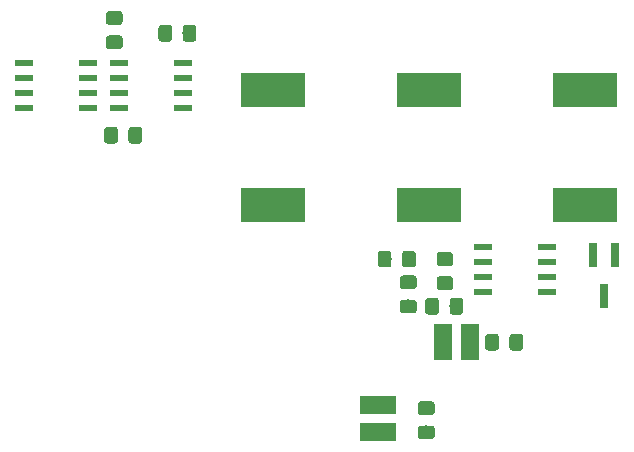
<source format=gbr>
G04 #@! TF.GenerationSoftware,KiCad,Pcbnew,5.0.1*
G04 #@! TF.CreationDate,2019-02-15T18:14:38-06:00*
G04 #@! TF.ProjectId,PowerRDP,506F7765725244502E6B696361645F70,2*
G04 #@! TF.SameCoordinates,Original*
G04 #@! TF.FileFunction,Paste,Bot*
G04 #@! TF.FilePolarity,Positive*
%FSLAX46Y46*%
G04 Gerber Fmt 4.6, Leading zero omitted, Abs format (unit mm)*
G04 Created by KiCad (PCBNEW 5.0.1) date Fri 15 Feb 2019 06:14:38 PM CST*
%MOMM*%
%LPD*%
G01*
G04 APERTURE LIST*
%ADD10C,0.100000*%
%ADD11C,1.150000*%
%ADD12R,1.520000X3.050000*%
%ADD13R,3.050000X1.520000*%
%ADD14R,0.650000X2.000000*%
%ADD15R,1.550000X0.600000*%
%ADD16R,5.400000X2.900000*%
G04 APERTURE END LIST*
D10*
G04 #@! TO.C,C1*
G36*
X127839505Y-81597204D02*
X127863773Y-81600804D01*
X127887572Y-81606765D01*
X127910671Y-81615030D01*
X127932850Y-81625520D01*
X127953893Y-81638132D01*
X127973599Y-81652747D01*
X127991777Y-81669223D01*
X128008253Y-81687401D01*
X128022868Y-81707107D01*
X128035480Y-81728150D01*
X128045970Y-81750329D01*
X128054235Y-81773428D01*
X128060196Y-81797227D01*
X128063796Y-81821495D01*
X128065000Y-81845999D01*
X128065000Y-82746001D01*
X128063796Y-82770505D01*
X128060196Y-82794773D01*
X128054235Y-82818572D01*
X128045970Y-82841671D01*
X128035480Y-82863850D01*
X128022868Y-82884893D01*
X128008253Y-82904599D01*
X127991777Y-82922777D01*
X127973599Y-82939253D01*
X127953893Y-82953868D01*
X127932850Y-82966480D01*
X127910671Y-82976970D01*
X127887572Y-82985235D01*
X127863773Y-82991196D01*
X127839505Y-82994796D01*
X127815001Y-82996000D01*
X127164999Y-82996000D01*
X127140495Y-82994796D01*
X127116227Y-82991196D01*
X127092428Y-82985235D01*
X127069329Y-82976970D01*
X127047150Y-82966480D01*
X127026107Y-82953868D01*
X127006401Y-82939253D01*
X126988223Y-82922777D01*
X126971747Y-82904599D01*
X126957132Y-82884893D01*
X126944520Y-82863850D01*
X126934030Y-82841671D01*
X126925765Y-82818572D01*
X126919804Y-82794773D01*
X126916204Y-82770505D01*
X126915000Y-82746001D01*
X126915000Y-81845999D01*
X126916204Y-81821495D01*
X126919804Y-81797227D01*
X126925765Y-81773428D01*
X126934030Y-81750329D01*
X126944520Y-81728150D01*
X126957132Y-81707107D01*
X126971747Y-81687401D01*
X126988223Y-81669223D01*
X127006401Y-81652747D01*
X127026107Y-81638132D01*
X127047150Y-81625520D01*
X127069329Y-81615030D01*
X127092428Y-81606765D01*
X127116227Y-81600804D01*
X127140495Y-81597204D01*
X127164999Y-81596000D01*
X127815001Y-81596000D01*
X127839505Y-81597204D01*
X127839505Y-81597204D01*
G37*
D11*
X127490000Y-82296000D03*
D10*
G36*
X129889505Y-81597204D02*
X129913773Y-81600804D01*
X129937572Y-81606765D01*
X129960671Y-81615030D01*
X129982850Y-81625520D01*
X130003893Y-81638132D01*
X130023599Y-81652747D01*
X130041777Y-81669223D01*
X130058253Y-81687401D01*
X130072868Y-81707107D01*
X130085480Y-81728150D01*
X130095970Y-81750329D01*
X130104235Y-81773428D01*
X130110196Y-81797227D01*
X130113796Y-81821495D01*
X130115000Y-81845999D01*
X130115000Y-82746001D01*
X130113796Y-82770505D01*
X130110196Y-82794773D01*
X130104235Y-82818572D01*
X130095970Y-82841671D01*
X130085480Y-82863850D01*
X130072868Y-82884893D01*
X130058253Y-82904599D01*
X130041777Y-82922777D01*
X130023599Y-82939253D01*
X130003893Y-82953868D01*
X129982850Y-82966480D01*
X129960671Y-82976970D01*
X129937572Y-82985235D01*
X129913773Y-82991196D01*
X129889505Y-82994796D01*
X129865001Y-82996000D01*
X129214999Y-82996000D01*
X129190495Y-82994796D01*
X129166227Y-82991196D01*
X129142428Y-82985235D01*
X129119329Y-82976970D01*
X129097150Y-82966480D01*
X129076107Y-82953868D01*
X129056401Y-82939253D01*
X129038223Y-82922777D01*
X129021747Y-82904599D01*
X129007132Y-82884893D01*
X128994520Y-82863850D01*
X128984030Y-82841671D01*
X128975765Y-82818572D01*
X128969804Y-82794773D01*
X128966204Y-82770505D01*
X128965000Y-82746001D01*
X128965000Y-81845999D01*
X128966204Y-81821495D01*
X128969804Y-81797227D01*
X128975765Y-81773428D01*
X128984030Y-81750329D01*
X128994520Y-81728150D01*
X129007132Y-81707107D01*
X129021747Y-81687401D01*
X129038223Y-81669223D01*
X129056401Y-81652747D01*
X129076107Y-81638132D01*
X129097150Y-81625520D01*
X129119329Y-81615030D01*
X129142428Y-81606765D01*
X129166227Y-81600804D01*
X129190495Y-81597204D01*
X129214999Y-81596000D01*
X129865001Y-81596000D01*
X129889505Y-81597204D01*
X129889505Y-81597204D01*
G37*
D11*
X129540000Y-82296000D03*
G04 #@! TD*
D10*
G04 #@! TO.C,C2*
G36*
X122394505Y-89351204D02*
X122418773Y-89354804D01*
X122442572Y-89360765D01*
X122465671Y-89369030D01*
X122487850Y-89379520D01*
X122508893Y-89392132D01*
X122528599Y-89406747D01*
X122546777Y-89423223D01*
X122563253Y-89441401D01*
X122577868Y-89461107D01*
X122590480Y-89482150D01*
X122600970Y-89504329D01*
X122609235Y-89527428D01*
X122615196Y-89551227D01*
X122618796Y-89575495D01*
X122620000Y-89599999D01*
X122620000Y-90250001D01*
X122618796Y-90274505D01*
X122615196Y-90298773D01*
X122609235Y-90322572D01*
X122600970Y-90345671D01*
X122590480Y-90367850D01*
X122577868Y-90388893D01*
X122563253Y-90408599D01*
X122546777Y-90426777D01*
X122528599Y-90443253D01*
X122508893Y-90457868D01*
X122487850Y-90470480D01*
X122465671Y-90480970D01*
X122442572Y-90489235D01*
X122418773Y-90495196D01*
X122394505Y-90498796D01*
X122370001Y-90500000D01*
X121469999Y-90500000D01*
X121445495Y-90498796D01*
X121421227Y-90495196D01*
X121397428Y-90489235D01*
X121374329Y-90480970D01*
X121352150Y-90470480D01*
X121331107Y-90457868D01*
X121311401Y-90443253D01*
X121293223Y-90426777D01*
X121276747Y-90408599D01*
X121262132Y-90388893D01*
X121249520Y-90367850D01*
X121239030Y-90345671D01*
X121230765Y-90322572D01*
X121224804Y-90298773D01*
X121221204Y-90274505D01*
X121220000Y-90250001D01*
X121220000Y-89599999D01*
X121221204Y-89575495D01*
X121224804Y-89551227D01*
X121230765Y-89527428D01*
X121239030Y-89504329D01*
X121249520Y-89482150D01*
X121262132Y-89461107D01*
X121276747Y-89441401D01*
X121293223Y-89423223D01*
X121311401Y-89406747D01*
X121331107Y-89392132D01*
X121352150Y-89379520D01*
X121374329Y-89369030D01*
X121397428Y-89360765D01*
X121421227Y-89354804D01*
X121445495Y-89351204D01*
X121469999Y-89350000D01*
X122370001Y-89350000D01*
X122394505Y-89351204D01*
X122394505Y-89351204D01*
G37*
D11*
X121920000Y-89925000D03*
D10*
G36*
X122394505Y-87301204D02*
X122418773Y-87304804D01*
X122442572Y-87310765D01*
X122465671Y-87319030D01*
X122487850Y-87329520D01*
X122508893Y-87342132D01*
X122528599Y-87356747D01*
X122546777Y-87373223D01*
X122563253Y-87391401D01*
X122577868Y-87411107D01*
X122590480Y-87432150D01*
X122600970Y-87454329D01*
X122609235Y-87477428D01*
X122615196Y-87501227D01*
X122618796Y-87525495D01*
X122620000Y-87549999D01*
X122620000Y-88200001D01*
X122618796Y-88224505D01*
X122615196Y-88248773D01*
X122609235Y-88272572D01*
X122600970Y-88295671D01*
X122590480Y-88317850D01*
X122577868Y-88338893D01*
X122563253Y-88358599D01*
X122546777Y-88376777D01*
X122528599Y-88393253D01*
X122508893Y-88407868D01*
X122487850Y-88420480D01*
X122465671Y-88430970D01*
X122442572Y-88439235D01*
X122418773Y-88445196D01*
X122394505Y-88448796D01*
X122370001Y-88450000D01*
X121469999Y-88450000D01*
X121445495Y-88448796D01*
X121421227Y-88445196D01*
X121397428Y-88439235D01*
X121374329Y-88430970D01*
X121352150Y-88420480D01*
X121331107Y-88407868D01*
X121311401Y-88393253D01*
X121293223Y-88376777D01*
X121276747Y-88358599D01*
X121262132Y-88338893D01*
X121249520Y-88317850D01*
X121239030Y-88295671D01*
X121230765Y-88272572D01*
X121224804Y-88248773D01*
X121221204Y-88224505D01*
X121220000Y-88200001D01*
X121220000Y-87549999D01*
X121221204Y-87525495D01*
X121224804Y-87501227D01*
X121230765Y-87477428D01*
X121239030Y-87454329D01*
X121249520Y-87432150D01*
X121262132Y-87411107D01*
X121276747Y-87391401D01*
X121293223Y-87373223D01*
X121311401Y-87356747D01*
X121331107Y-87342132D01*
X121352150Y-87329520D01*
X121374329Y-87319030D01*
X121397428Y-87310765D01*
X121421227Y-87304804D01*
X121445495Y-87301204D01*
X121469999Y-87300000D01*
X122370001Y-87300000D01*
X122394505Y-87301204D01*
X122394505Y-87301204D01*
G37*
D11*
X121920000Y-87875000D03*
G04 #@! TD*
D10*
G04 #@! TO.C,C9*
G36*
X122768505Y-78549204D02*
X122792773Y-78552804D01*
X122816572Y-78558765D01*
X122839671Y-78567030D01*
X122861850Y-78577520D01*
X122882893Y-78590132D01*
X122902599Y-78604747D01*
X122920777Y-78621223D01*
X122937253Y-78639401D01*
X122951868Y-78659107D01*
X122964480Y-78680150D01*
X122974970Y-78702329D01*
X122983235Y-78725428D01*
X122989196Y-78749227D01*
X122992796Y-78773495D01*
X122994000Y-78797999D01*
X122994000Y-79698001D01*
X122992796Y-79722505D01*
X122989196Y-79746773D01*
X122983235Y-79770572D01*
X122974970Y-79793671D01*
X122964480Y-79815850D01*
X122951868Y-79836893D01*
X122937253Y-79856599D01*
X122920777Y-79874777D01*
X122902599Y-79891253D01*
X122882893Y-79905868D01*
X122861850Y-79918480D01*
X122839671Y-79928970D01*
X122816572Y-79937235D01*
X122792773Y-79943196D01*
X122768505Y-79946796D01*
X122744001Y-79948000D01*
X122093999Y-79948000D01*
X122069495Y-79946796D01*
X122045227Y-79943196D01*
X122021428Y-79937235D01*
X121998329Y-79928970D01*
X121976150Y-79918480D01*
X121955107Y-79905868D01*
X121935401Y-79891253D01*
X121917223Y-79874777D01*
X121900747Y-79856599D01*
X121886132Y-79836893D01*
X121873520Y-79815850D01*
X121863030Y-79793671D01*
X121854765Y-79770572D01*
X121848804Y-79746773D01*
X121845204Y-79722505D01*
X121844000Y-79698001D01*
X121844000Y-78797999D01*
X121845204Y-78773495D01*
X121848804Y-78749227D01*
X121854765Y-78725428D01*
X121863030Y-78702329D01*
X121873520Y-78680150D01*
X121886132Y-78659107D01*
X121900747Y-78639401D01*
X121917223Y-78621223D01*
X121935401Y-78604747D01*
X121955107Y-78590132D01*
X121976150Y-78577520D01*
X121998329Y-78567030D01*
X122021428Y-78558765D01*
X122045227Y-78552804D01*
X122069495Y-78549204D01*
X122093999Y-78548000D01*
X122744001Y-78548000D01*
X122768505Y-78549204D01*
X122768505Y-78549204D01*
G37*
D11*
X122419000Y-79248000D03*
D10*
G36*
X124818505Y-78549204D02*
X124842773Y-78552804D01*
X124866572Y-78558765D01*
X124889671Y-78567030D01*
X124911850Y-78577520D01*
X124932893Y-78590132D01*
X124952599Y-78604747D01*
X124970777Y-78621223D01*
X124987253Y-78639401D01*
X125001868Y-78659107D01*
X125014480Y-78680150D01*
X125024970Y-78702329D01*
X125033235Y-78725428D01*
X125039196Y-78749227D01*
X125042796Y-78773495D01*
X125044000Y-78797999D01*
X125044000Y-79698001D01*
X125042796Y-79722505D01*
X125039196Y-79746773D01*
X125033235Y-79770572D01*
X125024970Y-79793671D01*
X125014480Y-79815850D01*
X125001868Y-79836893D01*
X124987253Y-79856599D01*
X124970777Y-79874777D01*
X124952599Y-79891253D01*
X124932893Y-79905868D01*
X124911850Y-79918480D01*
X124889671Y-79928970D01*
X124866572Y-79937235D01*
X124842773Y-79943196D01*
X124818505Y-79946796D01*
X124794001Y-79948000D01*
X124143999Y-79948000D01*
X124119495Y-79946796D01*
X124095227Y-79943196D01*
X124071428Y-79937235D01*
X124048329Y-79928970D01*
X124026150Y-79918480D01*
X124005107Y-79905868D01*
X123985401Y-79891253D01*
X123967223Y-79874777D01*
X123950747Y-79856599D01*
X123936132Y-79836893D01*
X123923520Y-79815850D01*
X123913030Y-79793671D01*
X123904765Y-79770572D01*
X123898804Y-79746773D01*
X123895204Y-79722505D01*
X123894000Y-79698001D01*
X123894000Y-78797999D01*
X123895204Y-78773495D01*
X123898804Y-78749227D01*
X123904765Y-78725428D01*
X123913030Y-78702329D01*
X123923520Y-78680150D01*
X123936132Y-78659107D01*
X123950747Y-78639401D01*
X123967223Y-78621223D01*
X123985401Y-78604747D01*
X124005107Y-78590132D01*
X124026150Y-78577520D01*
X124048329Y-78567030D01*
X124071428Y-78558765D01*
X124095227Y-78552804D01*
X124119495Y-78549204D01*
X124143999Y-78548000D01*
X124794001Y-78548000D01*
X124818505Y-78549204D01*
X124818505Y-78549204D01*
G37*
D11*
X124469000Y-79248000D03*
G04 #@! TD*
D10*
G04 #@! TO.C,C10*
G36*
X120870505Y-78692204D02*
X120894773Y-78695804D01*
X120918572Y-78701765D01*
X120941671Y-78710030D01*
X120963850Y-78720520D01*
X120984893Y-78733132D01*
X121004599Y-78747747D01*
X121022777Y-78764223D01*
X121039253Y-78782401D01*
X121053868Y-78802107D01*
X121066480Y-78823150D01*
X121076970Y-78845329D01*
X121085235Y-78868428D01*
X121091196Y-78892227D01*
X121094796Y-78916495D01*
X121096000Y-78940999D01*
X121096000Y-79591001D01*
X121094796Y-79615505D01*
X121091196Y-79639773D01*
X121085235Y-79663572D01*
X121076970Y-79686671D01*
X121066480Y-79708850D01*
X121053868Y-79729893D01*
X121039253Y-79749599D01*
X121022777Y-79767777D01*
X121004599Y-79784253D01*
X120984893Y-79798868D01*
X120963850Y-79811480D01*
X120941671Y-79821970D01*
X120918572Y-79830235D01*
X120894773Y-79836196D01*
X120870505Y-79839796D01*
X120846001Y-79841000D01*
X119945999Y-79841000D01*
X119921495Y-79839796D01*
X119897227Y-79836196D01*
X119873428Y-79830235D01*
X119850329Y-79821970D01*
X119828150Y-79811480D01*
X119807107Y-79798868D01*
X119787401Y-79784253D01*
X119769223Y-79767777D01*
X119752747Y-79749599D01*
X119738132Y-79729893D01*
X119725520Y-79708850D01*
X119715030Y-79686671D01*
X119706765Y-79663572D01*
X119700804Y-79639773D01*
X119697204Y-79615505D01*
X119696000Y-79591001D01*
X119696000Y-78940999D01*
X119697204Y-78916495D01*
X119700804Y-78892227D01*
X119706765Y-78868428D01*
X119715030Y-78845329D01*
X119725520Y-78823150D01*
X119738132Y-78802107D01*
X119752747Y-78782401D01*
X119769223Y-78764223D01*
X119787401Y-78747747D01*
X119807107Y-78733132D01*
X119828150Y-78720520D01*
X119850329Y-78710030D01*
X119873428Y-78701765D01*
X119897227Y-78695804D01*
X119921495Y-78692204D01*
X119945999Y-78691000D01*
X120846001Y-78691000D01*
X120870505Y-78692204D01*
X120870505Y-78692204D01*
G37*
D11*
X120396000Y-79266000D03*
D10*
G36*
X120870505Y-76642204D02*
X120894773Y-76645804D01*
X120918572Y-76651765D01*
X120941671Y-76660030D01*
X120963850Y-76670520D01*
X120984893Y-76683132D01*
X121004599Y-76697747D01*
X121022777Y-76714223D01*
X121039253Y-76732401D01*
X121053868Y-76752107D01*
X121066480Y-76773150D01*
X121076970Y-76795329D01*
X121085235Y-76818428D01*
X121091196Y-76842227D01*
X121094796Y-76866495D01*
X121096000Y-76890999D01*
X121096000Y-77541001D01*
X121094796Y-77565505D01*
X121091196Y-77589773D01*
X121085235Y-77613572D01*
X121076970Y-77636671D01*
X121066480Y-77658850D01*
X121053868Y-77679893D01*
X121039253Y-77699599D01*
X121022777Y-77717777D01*
X121004599Y-77734253D01*
X120984893Y-77748868D01*
X120963850Y-77761480D01*
X120941671Y-77771970D01*
X120918572Y-77780235D01*
X120894773Y-77786196D01*
X120870505Y-77789796D01*
X120846001Y-77791000D01*
X119945999Y-77791000D01*
X119921495Y-77789796D01*
X119897227Y-77786196D01*
X119873428Y-77780235D01*
X119850329Y-77771970D01*
X119828150Y-77761480D01*
X119807107Y-77748868D01*
X119787401Y-77734253D01*
X119769223Y-77717777D01*
X119752747Y-77699599D01*
X119738132Y-77679893D01*
X119725520Y-77658850D01*
X119715030Y-77636671D01*
X119706765Y-77613572D01*
X119700804Y-77589773D01*
X119697204Y-77565505D01*
X119696000Y-77541001D01*
X119696000Y-76890999D01*
X119697204Y-76866495D01*
X119700804Y-76842227D01*
X119706765Y-76818428D01*
X119715030Y-76795329D01*
X119725520Y-76773150D01*
X119738132Y-76752107D01*
X119752747Y-76732401D01*
X119769223Y-76714223D01*
X119787401Y-76697747D01*
X119807107Y-76683132D01*
X119828150Y-76670520D01*
X119850329Y-76660030D01*
X119873428Y-76651765D01*
X119897227Y-76645804D01*
X119921495Y-76642204D01*
X119945999Y-76641000D01*
X120846001Y-76641000D01*
X120870505Y-76642204D01*
X120870505Y-76642204D01*
G37*
D11*
X120396000Y-77216000D03*
G04 #@! TD*
D12*
G04 #@! TO.C,L1*
X125605000Y-82296000D03*
X123315000Y-82296000D03*
G04 #@! TD*
D13*
G04 #@! TO.C,L2*
X117856000Y-87626000D03*
X117856000Y-89916000D03*
G04 #@! TD*
D14*
G04 #@! TO.C,Q1*
X136022000Y-74930000D03*
X137922000Y-74930000D03*
X136972000Y-78350000D03*
G04 #@! TD*
D10*
G04 #@! TO.C,R1*
G36*
X123971953Y-74674523D02*
X123996221Y-74678123D01*
X124020020Y-74684084D01*
X124043119Y-74692349D01*
X124065298Y-74702839D01*
X124086341Y-74715451D01*
X124106047Y-74730066D01*
X124124225Y-74746542D01*
X124140701Y-74764720D01*
X124155316Y-74784426D01*
X124167928Y-74805469D01*
X124178418Y-74827648D01*
X124186683Y-74850747D01*
X124192644Y-74874546D01*
X124196244Y-74898814D01*
X124197448Y-74923318D01*
X124197448Y-75573320D01*
X124196244Y-75597824D01*
X124192644Y-75622092D01*
X124186683Y-75645891D01*
X124178418Y-75668990D01*
X124167928Y-75691169D01*
X124155316Y-75712212D01*
X124140701Y-75731918D01*
X124124225Y-75750096D01*
X124106047Y-75766572D01*
X124086341Y-75781187D01*
X124065298Y-75793799D01*
X124043119Y-75804289D01*
X124020020Y-75812554D01*
X123996221Y-75818515D01*
X123971953Y-75822115D01*
X123947449Y-75823319D01*
X123047447Y-75823319D01*
X123022943Y-75822115D01*
X122998675Y-75818515D01*
X122974876Y-75812554D01*
X122951777Y-75804289D01*
X122929598Y-75793799D01*
X122908555Y-75781187D01*
X122888849Y-75766572D01*
X122870671Y-75750096D01*
X122854195Y-75731918D01*
X122839580Y-75712212D01*
X122826968Y-75691169D01*
X122816478Y-75668990D01*
X122808213Y-75645891D01*
X122802252Y-75622092D01*
X122798652Y-75597824D01*
X122797448Y-75573320D01*
X122797448Y-74923318D01*
X122798652Y-74898814D01*
X122802252Y-74874546D01*
X122808213Y-74850747D01*
X122816478Y-74827648D01*
X122826968Y-74805469D01*
X122839580Y-74784426D01*
X122854195Y-74764720D01*
X122870671Y-74746542D01*
X122888849Y-74730066D01*
X122908555Y-74715451D01*
X122929598Y-74702839D01*
X122951777Y-74692349D01*
X122974876Y-74684084D01*
X122998675Y-74678123D01*
X123022943Y-74674523D01*
X123047447Y-74673319D01*
X123947449Y-74673319D01*
X123971953Y-74674523D01*
X123971953Y-74674523D01*
G37*
D11*
X123497448Y-75248319D03*
D10*
G36*
X123971953Y-76724523D02*
X123996221Y-76728123D01*
X124020020Y-76734084D01*
X124043119Y-76742349D01*
X124065298Y-76752839D01*
X124086341Y-76765451D01*
X124106047Y-76780066D01*
X124124225Y-76796542D01*
X124140701Y-76814720D01*
X124155316Y-76834426D01*
X124167928Y-76855469D01*
X124178418Y-76877648D01*
X124186683Y-76900747D01*
X124192644Y-76924546D01*
X124196244Y-76948814D01*
X124197448Y-76973318D01*
X124197448Y-77623320D01*
X124196244Y-77647824D01*
X124192644Y-77672092D01*
X124186683Y-77695891D01*
X124178418Y-77718990D01*
X124167928Y-77741169D01*
X124155316Y-77762212D01*
X124140701Y-77781918D01*
X124124225Y-77800096D01*
X124106047Y-77816572D01*
X124086341Y-77831187D01*
X124065298Y-77843799D01*
X124043119Y-77854289D01*
X124020020Y-77862554D01*
X123996221Y-77868515D01*
X123971953Y-77872115D01*
X123947449Y-77873319D01*
X123047447Y-77873319D01*
X123022943Y-77872115D01*
X122998675Y-77868515D01*
X122974876Y-77862554D01*
X122951777Y-77854289D01*
X122929598Y-77843799D01*
X122908555Y-77831187D01*
X122888849Y-77816572D01*
X122870671Y-77800096D01*
X122854195Y-77781918D01*
X122839580Y-77762212D01*
X122826968Y-77741169D01*
X122816478Y-77718990D01*
X122808213Y-77695891D01*
X122802252Y-77672092D01*
X122798652Y-77647824D01*
X122797448Y-77623320D01*
X122797448Y-76973318D01*
X122798652Y-76948814D01*
X122802252Y-76924546D01*
X122808213Y-76900747D01*
X122816478Y-76877648D01*
X122826968Y-76855469D01*
X122839580Y-76834426D01*
X122854195Y-76814720D01*
X122870671Y-76796542D01*
X122888849Y-76780066D01*
X122908555Y-76765451D01*
X122929598Y-76752839D01*
X122951777Y-76742349D01*
X122974876Y-76734084D01*
X122998675Y-76728123D01*
X123022943Y-76724523D01*
X123047447Y-76723319D01*
X123947449Y-76723319D01*
X123971953Y-76724523D01*
X123971953Y-76724523D01*
G37*
D11*
X123497448Y-77298319D03*
G04 #@! TD*
D10*
G04 #@! TO.C,R2*
G36*
X120798953Y-74567523D02*
X120823221Y-74571123D01*
X120847020Y-74577084D01*
X120870119Y-74585349D01*
X120892298Y-74595839D01*
X120913341Y-74608451D01*
X120933047Y-74623066D01*
X120951225Y-74639542D01*
X120967701Y-74657720D01*
X120982316Y-74677426D01*
X120994928Y-74698469D01*
X121005418Y-74720648D01*
X121013683Y-74743747D01*
X121019644Y-74767546D01*
X121023244Y-74791814D01*
X121024448Y-74816318D01*
X121024448Y-75716320D01*
X121023244Y-75740824D01*
X121019644Y-75765092D01*
X121013683Y-75788891D01*
X121005418Y-75811990D01*
X120994928Y-75834169D01*
X120982316Y-75855212D01*
X120967701Y-75874918D01*
X120951225Y-75893096D01*
X120933047Y-75909572D01*
X120913341Y-75924187D01*
X120892298Y-75936799D01*
X120870119Y-75947289D01*
X120847020Y-75955554D01*
X120823221Y-75961515D01*
X120798953Y-75965115D01*
X120774449Y-75966319D01*
X120124447Y-75966319D01*
X120099943Y-75965115D01*
X120075675Y-75961515D01*
X120051876Y-75955554D01*
X120028777Y-75947289D01*
X120006598Y-75936799D01*
X119985555Y-75924187D01*
X119965849Y-75909572D01*
X119947671Y-75893096D01*
X119931195Y-75874918D01*
X119916580Y-75855212D01*
X119903968Y-75834169D01*
X119893478Y-75811990D01*
X119885213Y-75788891D01*
X119879252Y-75765092D01*
X119875652Y-75740824D01*
X119874448Y-75716320D01*
X119874448Y-74816318D01*
X119875652Y-74791814D01*
X119879252Y-74767546D01*
X119885213Y-74743747D01*
X119893478Y-74720648D01*
X119903968Y-74698469D01*
X119916580Y-74677426D01*
X119931195Y-74657720D01*
X119947671Y-74639542D01*
X119965849Y-74623066D01*
X119985555Y-74608451D01*
X120006598Y-74595839D01*
X120028777Y-74585349D01*
X120051876Y-74577084D01*
X120075675Y-74571123D01*
X120099943Y-74567523D01*
X120124447Y-74566319D01*
X120774449Y-74566319D01*
X120798953Y-74567523D01*
X120798953Y-74567523D01*
G37*
D11*
X120449448Y-75266319D03*
D10*
G36*
X118748953Y-74567523D02*
X118773221Y-74571123D01*
X118797020Y-74577084D01*
X118820119Y-74585349D01*
X118842298Y-74595839D01*
X118863341Y-74608451D01*
X118883047Y-74623066D01*
X118901225Y-74639542D01*
X118917701Y-74657720D01*
X118932316Y-74677426D01*
X118944928Y-74698469D01*
X118955418Y-74720648D01*
X118963683Y-74743747D01*
X118969644Y-74767546D01*
X118973244Y-74791814D01*
X118974448Y-74816318D01*
X118974448Y-75716320D01*
X118973244Y-75740824D01*
X118969644Y-75765092D01*
X118963683Y-75788891D01*
X118955418Y-75811990D01*
X118944928Y-75834169D01*
X118932316Y-75855212D01*
X118917701Y-75874918D01*
X118901225Y-75893096D01*
X118883047Y-75909572D01*
X118863341Y-75924187D01*
X118842298Y-75936799D01*
X118820119Y-75947289D01*
X118797020Y-75955554D01*
X118773221Y-75961515D01*
X118748953Y-75965115D01*
X118724449Y-75966319D01*
X118074447Y-75966319D01*
X118049943Y-75965115D01*
X118025675Y-75961515D01*
X118001876Y-75955554D01*
X117978777Y-75947289D01*
X117956598Y-75936799D01*
X117935555Y-75924187D01*
X117915849Y-75909572D01*
X117897671Y-75893096D01*
X117881195Y-75874918D01*
X117866580Y-75855212D01*
X117853968Y-75834169D01*
X117843478Y-75811990D01*
X117835213Y-75788891D01*
X117829252Y-75765092D01*
X117825652Y-75740824D01*
X117824448Y-75716320D01*
X117824448Y-74816318D01*
X117825652Y-74791814D01*
X117829252Y-74767546D01*
X117835213Y-74743747D01*
X117843478Y-74720648D01*
X117853968Y-74698469D01*
X117866580Y-74677426D01*
X117881195Y-74657720D01*
X117897671Y-74639542D01*
X117915849Y-74623066D01*
X117935555Y-74608451D01*
X117956598Y-74595839D01*
X117978777Y-74585349D01*
X118001876Y-74577084D01*
X118025675Y-74571123D01*
X118049943Y-74567523D01*
X118074447Y-74566319D01*
X118724449Y-74566319D01*
X118748953Y-74567523D01*
X118748953Y-74567523D01*
G37*
D11*
X118399448Y-75266319D03*
G04 #@! TD*
D15*
G04 #@! TO.C,U5*
X132133448Y-74250319D03*
X132133448Y-75520319D03*
X132133448Y-76790319D03*
X132133448Y-78060319D03*
X126733448Y-78060319D03*
X126733448Y-76790319D03*
X126733448Y-75520319D03*
X126733448Y-74250319D03*
G04 #@! TD*
D16*
G04 #@! TO.C,L3*
X108966000Y-60960000D03*
X108966000Y-70660000D03*
G04 #@! TD*
G04 #@! TO.C,L4*
X122174000Y-70660000D03*
X122174000Y-60960000D03*
G04 #@! TD*
G04 #@! TO.C,L5*
X135382000Y-60960000D03*
X135382000Y-70660000D03*
G04 #@! TD*
D10*
G04 #@! TO.C,R4*
G36*
X95978505Y-54272204D02*
X96002773Y-54275804D01*
X96026572Y-54281765D01*
X96049671Y-54290030D01*
X96071850Y-54300520D01*
X96092893Y-54313132D01*
X96112599Y-54327747D01*
X96130777Y-54344223D01*
X96147253Y-54362401D01*
X96161868Y-54382107D01*
X96174480Y-54403150D01*
X96184970Y-54425329D01*
X96193235Y-54448428D01*
X96199196Y-54472227D01*
X96202796Y-54496495D01*
X96204000Y-54520999D01*
X96204000Y-55171001D01*
X96202796Y-55195505D01*
X96199196Y-55219773D01*
X96193235Y-55243572D01*
X96184970Y-55266671D01*
X96174480Y-55288850D01*
X96161868Y-55309893D01*
X96147253Y-55329599D01*
X96130777Y-55347777D01*
X96112599Y-55364253D01*
X96092893Y-55378868D01*
X96071850Y-55391480D01*
X96049671Y-55401970D01*
X96026572Y-55410235D01*
X96002773Y-55416196D01*
X95978505Y-55419796D01*
X95954001Y-55421000D01*
X95053999Y-55421000D01*
X95029495Y-55419796D01*
X95005227Y-55416196D01*
X94981428Y-55410235D01*
X94958329Y-55401970D01*
X94936150Y-55391480D01*
X94915107Y-55378868D01*
X94895401Y-55364253D01*
X94877223Y-55347777D01*
X94860747Y-55329599D01*
X94846132Y-55309893D01*
X94833520Y-55288850D01*
X94823030Y-55266671D01*
X94814765Y-55243572D01*
X94808804Y-55219773D01*
X94805204Y-55195505D01*
X94804000Y-55171001D01*
X94804000Y-54520999D01*
X94805204Y-54496495D01*
X94808804Y-54472227D01*
X94814765Y-54448428D01*
X94823030Y-54425329D01*
X94833520Y-54403150D01*
X94846132Y-54382107D01*
X94860747Y-54362401D01*
X94877223Y-54344223D01*
X94895401Y-54327747D01*
X94915107Y-54313132D01*
X94936150Y-54300520D01*
X94958329Y-54290030D01*
X94981428Y-54281765D01*
X95005227Y-54275804D01*
X95029495Y-54272204D01*
X95053999Y-54271000D01*
X95954001Y-54271000D01*
X95978505Y-54272204D01*
X95978505Y-54272204D01*
G37*
D11*
X95504000Y-54846000D03*
D10*
G36*
X95978505Y-56322204D02*
X96002773Y-56325804D01*
X96026572Y-56331765D01*
X96049671Y-56340030D01*
X96071850Y-56350520D01*
X96092893Y-56363132D01*
X96112599Y-56377747D01*
X96130777Y-56394223D01*
X96147253Y-56412401D01*
X96161868Y-56432107D01*
X96174480Y-56453150D01*
X96184970Y-56475329D01*
X96193235Y-56498428D01*
X96199196Y-56522227D01*
X96202796Y-56546495D01*
X96204000Y-56570999D01*
X96204000Y-57221001D01*
X96202796Y-57245505D01*
X96199196Y-57269773D01*
X96193235Y-57293572D01*
X96184970Y-57316671D01*
X96174480Y-57338850D01*
X96161868Y-57359893D01*
X96147253Y-57379599D01*
X96130777Y-57397777D01*
X96112599Y-57414253D01*
X96092893Y-57428868D01*
X96071850Y-57441480D01*
X96049671Y-57451970D01*
X96026572Y-57460235D01*
X96002773Y-57466196D01*
X95978505Y-57469796D01*
X95954001Y-57471000D01*
X95053999Y-57471000D01*
X95029495Y-57469796D01*
X95005227Y-57466196D01*
X94981428Y-57460235D01*
X94958329Y-57451970D01*
X94936150Y-57441480D01*
X94915107Y-57428868D01*
X94895401Y-57414253D01*
X94877223Y-57397777D01*
X94860747Y-57379599D01*
X94846132Y-57359893D01*
X94833520Y-57338850D01*
X94823030Y-57316671D01*
X94814765Y-57293572D01*
X94808804Y-57269773D01*
X94805204Y-57245505D01*
X94804000Y-57221001D01*
X94804000Y-56570999D01*
X94805204Y-56546495D01*
X94808804Y-56522227D01*
X94814765Y-56498428D01*
X94823030Y-56475329D01*
X94833520Y-56453150D01*
X94846132Y-56432107D01*
X94860747Y-56412401D01*
X94877223Y-56394223D01*
X94895401Y-56377747D01*
X94915107Y-56363132D01*
X94936150Y-56350520D01*
X94958329Y-56340030D01*
X94981428Y-56331765D01*
X95005227Y-56325804D01*
X95029495Y-56322204D01*
X95053999Y-56321000D01*
X95954001Y-56321000D01*
X95978505Y-56322204D01*
X95978505Y-56322204D01*
G37*
D11*
X95504000Y-56896000D03*
G04 #@! TD*
D10*
G04 #@! TO.C,R5*
G36*
X95581505Y-64071204D02*
X95605773Y-64074804D01*
X95629572Y-64080765D01*
X95652671Y-64089030D01*
X95674850Y-64099520D01*
X95695893Y-64112132D01*
X95715599Y-64126747D01*
X95733777Y-64143223D01*
X95750253Y-64161401D01*
X95764868Y-64181107D01*
X95777480Y-64202150D01*
X95787970Y-64224329D01*
X95796235Y-64247428D01*
X95802196Y-64271227D01*
X95805796Y-64295495D01*
X95807000Y-64319999D01*
X95807000Y-65220001D01*
X95805796Y-65244505D01*
X95802196Y-65268773D01*
X95796235Y-65292572D01*
X95787970Y-65315671D01*
X95777480Y-65337850D01*
X95764868Y-65358893D01*
X95750253Y-65378599D01*
X95733777Y-65396777D01*
X95715599Y-65413253D01*
X95695893Y-65427868D01*
X95674850Y-65440480D01*
X95652671Y-65450970D01*
X95629572Y-65459235D01*
X95605773Y-65465196D01*
X95581505Y-65468796D01*
X95557001Y-65470000D01*
X94906999Y-65470000D01*
X94882495Y-65468796D01*
X94858227Y-65465196D01*
X94834428Y-65459235D01*
X94811329Y-65450970D01*
X94789150Y-65440480D01*
X94768107Y-65427868D01*
X94748401Y-65413253D01*
X94730223Y-65396777D01*
X94713747Y-65378599D01*
X94699132Y-65358893D01*
X94686520Y-65337850D01*
X94676030Y-65315671D01*
X94667765Y-65292572D01*
X94661804Y-65268773D01*
X94658204Y-65244505D01*
X94657000Y-65220001D01*
X94657000Y-64319999D01*
X94658204Y-64295495D01*
X94661804Y-64271227D01*
X94667765Y-64247428D01*
X94676030Y-64224329D01*
X94686520Y-64202150D01*
X94699132Y-64181107D01*
X94713747Y-64161401D01*
X94730223Y-64143223D01*
X94748401Y-64126747D01*
X94768107Y-64112132D01*
X94789150Y-64099520D01*
X94811329Y-64089030D01*
X94834428Y-64080765D01*
X94858227Y-64074804D01*
X94882495Y-64071204D01*
X94906999Y-64070000D01*
X95557001Y-64070000D01*
X95581505Y-64071204D01*
X95581505Y-64071204D01*
G37*
D11*
X95232000Y-64770000D03*
D10*
G36*
X97631505Y-64071204D02*
X97655773Y-64074804D01*
X97679572Y-64080765D01*
X97702671Y-64089030D01*
X97724850Y-64099520D01*
X97745893Y-64112132D01*
X97765599Y-64126747D01*
X97783777Y-64143223D01*
X97800253Y-64161401D01*
X97814868Y-64181107D01*
X97827480Y-64202150D01*
X97837970Y-64224329D01*
X97846235Y-64247428D01*
X97852196Y-64271227D01*
X97855796Y-64295495D01*
X97857000Y-64319999D01*
X97857000Y-65220001D01*
X97855796Y-65244505D01*
X97852196Y-65268773D01*
X97846235Y-65292572D01*
X97837970Y-65315671D01*
X97827480Y-65337850D01*
X97814868Y-65358893D01*
X97800253Y-65378599D01*
X97783777Y-65396777D01*
X97765599Y-65413253D01*
X97745893Y-65427868D01*
X97724850Y-65440480D01*
X97702671Y-65450970D01*
X97679572Y-65459235D01*
X97655773Y-65465196D01*
X97631505Y-65468796D01*
X97607001Y-65470000D01*
X96956999Y-65470000D01*
X96932495Y-65468796D01*
X96908227Y-65465196D01*
X96884428Y-65459235D01*
X96861329Y-65450970D01*
X96839150Y-65440480D01*
X96818107Y-65427868D01*
X96798401Y-65413253D01*
X96780223Y-65396777D01*
X96763747Y-65378599D01*
X96749132Y-65358893D01*
X96736520Y-65337850D01*
X96726030Y-65315671D01*
X96717765Y-65292572D01*
X96711804Y-65268773D01*
X96708204Y-65244505D01*
X96707000Y-65220001D01*
X96707000Y-64319999D01*
X96708204Y-64295495D01*
X96711804Y-64271227D01*
X96717765Y-64247428D01*
X96726030Y-64224329D01*
X96736520Y-64202150D01*
X96749132Y-64181107D01*
X96763747Y-64161401D01*
X96780223Y-64143223D01*
X96798401Y-64126747D01*
X96818107Y-64112132D01*
X96839150Y-64099520D01*
X96861329Y-64089030D01*
X96884428Y-64080765D01*
X96908227Y-64074804D01*
X96932495Y-64071204D01*
X96956999Y-64070000D01*
X97607001Y-64070000D01*
X97631505Y-64071204D01*
X97631505Y-64071204D01*
G37*
D11*
X97282000Y-64770000D03*
G04 #@! TD*
D10*
G04 #@! TO.C,R6*
G36*
X102221505Y-55435204D02*
X102245773Y-55438804D01*
X102269572Y-55444765D01*
X102292671Y-55453030D01*
X102314850Y-55463520D01*
X102335893Y-55476132D01*
X102355599Y-55490747D01*
X102373777Y-55507223D01*
X102390253Y-55525401D01*
X102404868Y-55545107D01*
X102417480Y-55566150D01*
X102427970Y-55588329D01*
X102436235Y-55611428D01*
X102442196Y-55635227D01*
X102445796Y-55659495D01*
X102447000Y-55683999D01*
X102447000Y-56584001D01*
X102445796Y-56608505D01*
X102442196Y-56632773D01*
X102436235Y-56656572D01*
X102427970Y-56679671D01*
X102417480Y-56701850D01*
X102404868Y-56722893D01*
X102390253Y-56742599D01*
X102373777Y-56760777D01*
X102355599Y-56777253D01*
X102335893Y-56791868D01*
X102314850Y-56804480D01*
X102292671Y-56814970D01*
X102269572Y-56823235D01*
X102245773Y-56829196D01*
X102221505Y-56832796D01*
X102197001Y-56834000D01*
X101546999Y-56834000D01*
X101522495Y-56832796D01*
X101498227Y-56829196D01*
X101474428Y-56823235D01*
X101451329Y-56814970D01*
X101429150Y-56804480D01*
X101408107Y-56791868D01*
X101388401Y-56777253D01*
X101370223Y-56760777D01*
X101353747Y-56742599D01*
X101339132Y-56722893D01*
X101326520Y-56701850D01*
X101316030Y-56679671D01*
X101307765Y-56656572D01*
X101301804Y-56632773D01*
X101298204Y-56608505D01*
X101297000Y-56584001D01*
X101297000Y-55683999D01*
X101298204Y-55659495D01*
X101301804Y-55635227D01*
X101307765Y-55611428D01*
X101316030Y-55588329D01*
X101326520Y-55566150D01*
X101339132Y-55545107D01*
X101353747Y-55525401D01*
X101370223Y-55507223D01*
X101388401Y-55490747D01*
X101408107Y-55476132D01*
X101429150Y-55463520D01*
X101451329Y-55453030D01*
X101474428Y-55444765D01*
X101498227Y-55438804D01*
X101522495Y-55435204D01*
X101546999Y-55434000D01*
X102197001Y-55434000D01*
X102221505Y-55435204D01*
X102221505Y-55435204D01*
G37*
D11*
X101872000Y-56134000D03*
D10*
G36*
X100171505Y-55435204D02*
X100195773Y-55438804D01*
X100219572Y-55444765D01*
X100242671Y-55453030D01*
X100264850Y-55463520D01*
X100285893Y-55476132D01*
X100305599Y-55490747D01*
X100323777Y-55507223D01*
X100340253Y-55525401D01*
X100354868Y-55545107D01*
X100367480Y-55566150D01*
X100377970Y-55588329D01*
X100386235Y-55611428D01*
X100392196Y-55635227D01*
X100395796Y-55659495D01*
X100397000Y-55683999D01*
X100397000Y-56584001D01*
X100395796Y-56608505D01*
X100392196Y-56632773D01*
X100386235Y-56656572D01*
X100377970Y-56679671D01*
X100367480Y-56701850D01*
X100354868Y-56722893D01*
X100340253Y-56742599D01*
X100323777Y-56760777D01*
X100305599Y-56777253D01*
X100285893Y-56791868D01*
X100264850Y-56804480D01*
X100242671Y-56814970D01*
X100219572Y-56823235D01*
X100195773Y-56829196D01*
X100171505Y-56832796D01*
X100147001Y-56834000D01*
X99496999Y-56834000D01*
X99472495Y-56832796D01*
X99448227Y-56829196D01*
X99424428Y-56823235D01*
X99401329Y-56814970D01*
X99379150Y-56804480D01*
X99358107Y-56791868D01*
X99338401Y-56777253D01*
X99320223Y-56760777D01*
X99303747Y-56742599D01*
X99289132Y-56722893D01*
X99276520Y-56701850D01*
X99266030Y-56679671D01*
X99257765Y-56656572D01*
X99251804Y-56632773D01*
X99248204Y-56608505D01*
X99247000Y-56584001D01*
X99247000Y-55683999D01*
X99248204Y-55659495D01*
X99251804Y-55635227D01*
X99257765Y-55611428D01*
X99266030Y-55588329D01*
X99276520Y-55566150D01*
X99289132Y-55545107D01*
X99303747Y-55525401D01*
X99320223Y-55507223D01*
X99338401Y-55490747D01*
X99358107Y-55476132D01*
X99379150Y-55463520D01*
X99401329Y-55453030D01*
X99424428Y-55444765D01*
X99448227Y-55438804D01*
X99472495Y-55435204D01*
X99496999Y-55434000D01*
X100147001Y-55434000D01*
X100171505Y-55435204D01*
X100171505Y-55435204D01*
G37*
D11*
X99822000Y-56134000D03*
G04 #@! TD*
D15*
G04 #@! TO.C,U6*
X87884000Y-58674000D03*
X87884000Y-59944000D03*
X87884000Y-61214000D03*
X87884000Y-62484000D03*
X93284000Y-62484000D03*
X93284000Y-61214000D03*
X93284000Y-59944000D03*
X93284000Y-58674000D03*
G04 #@! TD*
G04 #@! TO.C,U7*
X101346000Y-58674000D03*
X101346000Y-59944000D03*
X101346000Y-61214000D03*
X101346000Y-62484000D03*
X95946000Y-62484000D03*
X95946000Y-61214000D03*
X95946000Y-59944000D03*
X95946000Y-58674000D03*
G04 #@! TD*
M02*

</source>
